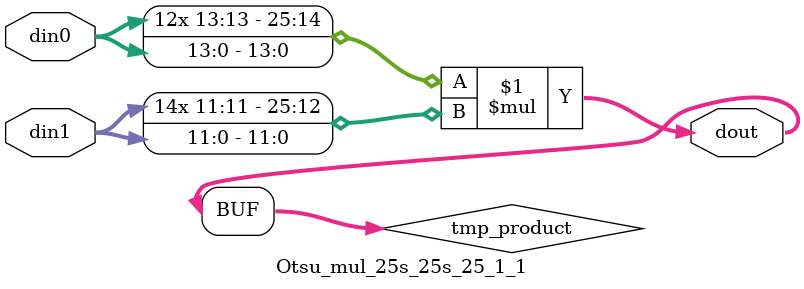
<source format=v>

`timescale 1 ns / 1 ps

  module Otsu_mul_25s_25s_25_1_1(din0, din1, dout);
parameter ID = 1;
parameter NUM_STAGE = 0;
parameter din0_WIDTH = 14;
parameter din1_WIDTH = 12;
parameter dout_WIDTH = 26;

input [din0_WIDTH - 1 : 0] din0; 
input [din1_WIDTH - 1 : 0] din1; 
output [dout_WIDTH - 1 : 0] dout;

wire signed [dout_WIDTH - 1 : 0] tmp_product;













assign tmp_product = $signed(din0) * $signed(din1);








assign dout = tmp_product;







endmodule

</source>
